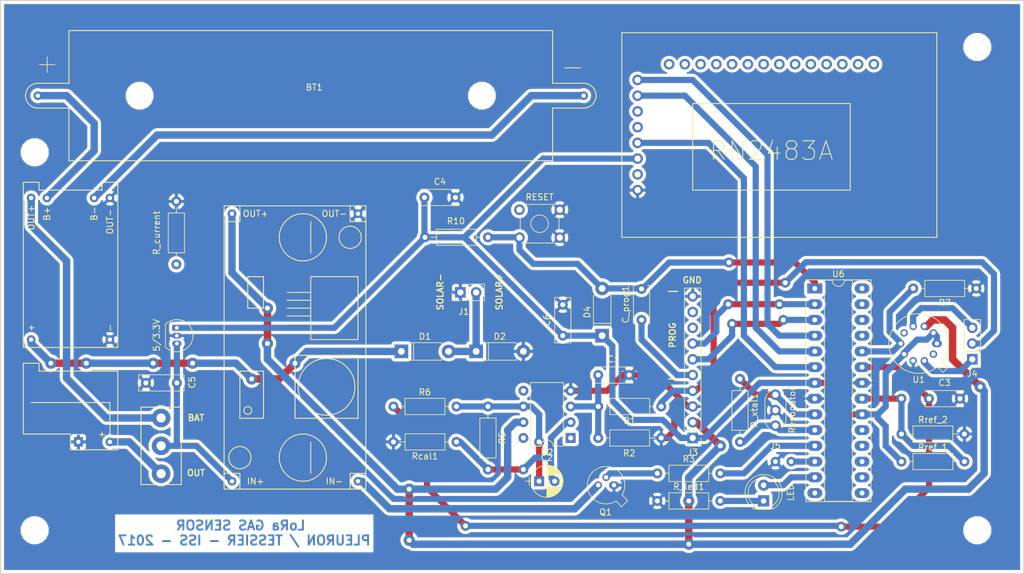
<source format=kicad_pcb>
(kicad_pcb (version 4) (host pcbnew 4.0.7)
  (title_block (title "IoT Gas Sensor") (date 2017-10-24) (rev 1.0) (comment 3 "Killian TESSIER") (comment 4 "Jonathan PLEURON"))
  (layers (0 F.Cu signal) (31 B.Cu signal) (34 B.Paste user) (35 F.Paste user) (36 B.SilkS user) (37 F.SilkS user) (38 B.Mask user) (39 F.Mask user) (44 Edge.Cuts user))
  (net 0 "")
  (net 1 "Net-(BT1-Pad2)")
  (net 2 "Net-(BT1-Pad1)")
  (net 3 "Net-(C1-Pad1)")
  (net 4 GND)
  (net 5 "Net-(C2-Pad1)")
  (net 6 "Net-(C2-Pad2)")
  (net 7 /ADC_GAS)
  (net 8 3V3)
  (net 9 "Net-(C5-Pad1)")
  (net 10 /DRT_PROG)
  (net 11 /RESET)
  (net 12 "Net-(D1-Pad1)")
  (net 13 /SOLAR+)
  (net 14 "Net-(D3-Pad1)")
  (net 15 "Net-(D3-Pad2)")
  (net 16 "Net-(J2-Pad1)")
  (net 17 10V)
  (net 18 /gas_sig)
  (net 19 /RX_PROG)
  (net 20 /TX_PROG)
  (net 21 "Net-(J3-Pad8)")
  (net 22 "Net-(J3-Pad9)")
  (net 23 "Net-(R4-Pad1)")
  (net 24 "Net-(Rref_1-Pad2)")
  (net 25 /XTAL1)
  (net 26 /XTAL2)
  (net 27 "Net-(SW1-Pad3)")
  (net 28 "Net-(U2-Pad5)")
  (net 29 "Net-(U6-Pad15)")
  (net 30 "Net-(U6-Pad16)")
  (net 31 "Net-(U6-Pad17)")
  (net 32 /LoRa_TX)
  (net 33 "Net-(U6-Pad18)")
  (net 34 /LoRa_RX)
  (net 35 "Net-(U6-Pad19)")
  (net 36 /LoRa_RST)
  (net 37 "Net-(U6-Pad25)")
  (net 38 "Net-(U6-Pad26)")
  (net 39 "Net-(U6-Pad27)")
  (net 40 "Net-(U6-Pad14)")
  (net 41 "Net-(U6-Pad28)")
  (net 42 "Net-(U7-Pad13)")
  (net 43 "Net-(U7-Pad4)")
  (net 44 "Net-(U7-Pad5)")
  (net 45 "Net-(U7-Pad6)")
  (net 46 "Net-(U7-Pad7)")
  (net 47 "Net-(U7-Pad8)")
  (net 48 "Net-(U7-Pad9)")
  (net 49 "Net-(U7-Pad10)")
  (net 50 "Net-(U7-Pad11)")
  (net 51 "Net-(U7-Pad12)")
  (net 52 "Net-(U7-Pad2)")
  (net 53 "Net-(U7-Pad3)")
  (net 54 "Net-(U7-Pad1)")
  (net 55 "Net-(U7-Pad0)")
  (net 56 "Net-(U7-Pad16)")
  (net 57 "Net-(U7-Pad17)")
  (net 58 "Net-(U7-Pad20)")
  (net 59 "Net-(Q1-Pad2)")
  (net 60 "Net-(Q1-Pad3)")
  (net 61 /heat)
  (net 62 /ADC_temp)
  (net 63 /Push_button)
  (net 64 "Net-(J4-Pad1)")
  (net 65 "Net-(J4-Pad3)")
  (module Housings_DIP:DIP-28_W7.62mm_Socket_LongPads (layer F.Cu) (at 197.885 90.131)
    (fp_text reference U6 (at 3.81 -2.33) (layer F.SilkS))
    (fp_text value ATMEGA328P-PU)
    (pad 1 thru_hole rect (at 0 0) (size 2.4 1.6) (drill 0.8) (layers *.Cu *.Mask) (net 11 /RESET))
    (pad 15 thru_hole oval (at 7.62 33.02) (size 2.4 1.6) (drill 0.8) (layers *.Cu *.Mask) (net 29 "Net-(U6-Pad15)"))
    (pad 2 thru_hole oval (at 0 2.54) (size 2.4 1.6) (drill 0.8) (layers *.Cu *.Mask) (net 20 /TX_PROG))
    (pad 16 thru_hole oval (at 7.62 30.48) (size 2.4 1.6) (drill 0.8) (layers *.Cu *.Mask) (net 30 "Net-(U6-Pad16)"))
    (pad 3 thru_hole oval (at 0 5.08) (size 2.4 1.6) (drill 0.8) (layers *.Cu *.Mask) (net 19 /RX_PROG))
    (pad 17 thru_hole oval (at 7.62 27.94) (size 2.4 1.6) (drill 0.8) (layers *.Cu *.Mask) (net 31 "Net-(U6-Pad17)"))
    (pad 4 thru_hole oval (at 0 7.62) (size 2.4 1.6) (drill 0.8) (layers *.Cu *.Mask) (net 32 /LoRa_TX))
    (pad 18 thru_hole oval (at 7.62 25.4) (size 2.4 1.6) (drill 0.8) (layers *.Cu *.Mask) (net 33 "Net-(U6-Pad18)"))
    (pad 5 thru_hole oval (at 0 10.16) (size 2.4 1.6) (drill 0.8) (layers *.Cu *.Mask) (net 34 /LoRa_RX))
    (pad 19 thru_hole oval (at 7.62 22.86) (size 2.4 1.6) (drill 0.8) (layers *.Cu *.Mask) (net 35 "Net-(U6-Pad19)"))
    (pad 6 thru_hole oval (at 0 12.7) (size 2.4 1.6) (drill 0.8) (layers *.Cu *.Mask) (net 36 /LoRa_RST))
    (pad 20 thru_hole oval (at 7.62 20.32) (size 2.4 1.6) (drill 0.8) (layers *.Cu *.Mask) (net 8 3V3))
    (pad 7 thru_hole oval (at 0 15.24) (size 2.4 1.6) (drill 0.8) (layers *.Cu *.Mask) (net 8 3V3))
    (pad 21 thru_hole oval (at 7.62 17.78) (size 2.4 1.6) (drill 0.8) (layers *.Cu *.Mask) (net 24 "Net-(Rref_1-Pad2)"))
    (pad 8 thru_hole oval (at 0 17.78) (size 2.4 1.6) (drill 0.8) (layers *.Cu *.Mask) (net 4 GND))
    (pad 22 thru_hole oval (at 7.62 15.24) (size 2.4 1.6) (drill 0.8) (layers *.Cu *.Mask) (net 4 GND))
    (pad 9 thru_hole oval (at 0 20.32) (size 2.4 1.6) (drill 0.8) (layers *.Cu *.Mask) (net 25 /XTAL1))
    (pad 23 thru_hole oval (at 7.62 12.7) (size 2.4 1.6) (drill 0.8) (layers *.Cu *.Mask) (net 7 /ADC_GAS))
    (pad 10 thru_hole oval (at 0 22.86) (size 2.4 1.6) (drill 0.8) (layers *.Cu *.Mask) (net 26 /XTAL2))
    (pad 24 thru_hole oval (at 7.62 10.16) (size 2.4 1.6) (drill 0.8) (layers *.Cu *.Mask) (net 62 /ADC_temp))
    (pad 11 thru_hole oval (at 0 25.4) (size 2.4 1.6) (drill 0.8) (layers *.Cu *.Mask) (net 61 /heat))
    (pad 25 thru_hole oval (at 7.62 7.62) (size 2.4 1.6) (drill 0.8) (layers *.Cu *.Mask) (net 37 "Net-(U6-Pad25)"))
    (pad 12 thru_hole oval (at 0 27.94) (size 2.4 1.6) (drill 0.8) (layers *.Cu *.Mask) (net 63 /Push_button))
    (pad 26 thru_hole oval (at 7.62 5.08) (size 2.4 1.6) (drill 0.8) (layers *.Cu *.Mask) (net 38 "Net-(U6-Pad26)"))
    (pad 13 thru_hole oval (at 0 30.48) (size 2.4 1.6) (drill 0.8) (layers *.Cu *.Mask) (net 15 "Net-(D3-Pad2)"))
    (pad 27 thru_hole oval (at 7.62 2.54) (size 2.4 1.6) (drill 0.8) (layers *.Cu *.Mask) (net 39 "Net-(U6-Pad27)"))
    (pad 14 thru_hole oval (at 0 33.02) (size 2.4 1.6) (drill 0.8) (layers *.Cu *.Mask) (net 40 "Net-(U6-Pad14)"))
    (pad 28 thru_hole oval (at 7.62 0) (size 2.4 1.6) (drill 0.8) (layers *.Cu *.Mask) (net 41 "Net-(U6-Pad28)"))
  )
  (module Gas_Sensor:BatterieSupport (layer F.Cu) (at 116.605 59.016)
    (fp_text reference BT1 (at 0.555 -1.35) (layer F.SilkS))
    (fp_text value 3.6V)
    (pad "" np_thru_hole circle (at 27.6 0) (size 3.45 3.45) (drill 3.45) (layers *.Cu *.Mask))
    (pad "" np_thru_hole circle (at -27.6 0) (size 3.45 3.45) (drill 3.45) (layers *.Cu *.Mask))
    (pad 2 thru_hole circle (at 44 0) (size 1.4 1.4) (drill 0.7) (layers *.Cu *.Mask) (net 1 "Net-(BT1-Pad2)"))
    (pad 1 thru_hole circle (at -44 0) (size 1.4 1.4) (drill 0.7) (layers *.Cu *.Mask) (net 2 "Net-(BT1-Pad1)"))
  )
  (module Capacitors_THT:C_Disc_D6.0mm_W2.5mm_P5.00mm (layer F.Cu) (at 162.96 104.101)
    (fp_text reference C1 (at 2.5 -2.56) (layer F.SilkS))
    (fp_text value 100n)
    (pad 1 thru_hole circle (at 0 0) (size 1.6 1.6) (drill 0.8) (layers *.Cu *.Mask) (net 3 "Net-(C1-Pad1)"))
    (pad 2 thru_hole circle (at 5 0) (size 1.6 1.6) (drill 0.8) (layers *.Cu *.Mask) (net 4 GND))
  )
  (module Capacitors_THT:CP_Radial_D5.0mm_P2.50mm (layer F.Cu) (at 153.435 121.246)
    (fp_text reference C2 (at 1.25 -3.81) (layer F.SilkS))
    (fp_text value 1u)
    (pad 1 thru_hole rect (at 0 0) (size 1.6 1.6) (drill 0.8) (layers *.Cu *.Mask) (net 5 "Net-(C2-Pad1)"))
    (pad 2 thru_hole circle (at 2.5 0) (size 1.6 1.6) (drill 0.8) (layers *.Cu *.Mask) (net 6 "Net-(C2-Pad2)"))
  )
  (module Capacitors_THT:C_Disc_D6.0mm_W2.5mm_P5.00mm (layer F.Cu) (at 216.3 107.911)
    (fp_text reference C3 (at 2.5 -2.56) (layer F.SilkS))
    (fp_text value 100n)
    (pad 1 thru_hole circle (at 0 0) (size 1.6 1.6) (drill 0.8) (layers *.Cu *.Mask) (net 7 /ADC_GAS))
    (pad 2 thru_hole circle (at 5 0) (size 1.6 1.6) (drill 0.8) (layers *.Cu *.Mask) (net 4 GND))
  )
  (module Capacitors_THT:C_Disc_D6.0mm_W2.5mm_P5.00mm (layer F.Cu) (at 134.94 75.446)
    (fp_text reference C4 (at 2.5 -2.56) (layer F.SilkS))
    (fp_text value 100n)
    (pad 1 thru_hole circle (at 0 0) (size 1.6 1.6) (drill 0.8) (layers *.Cu *.Mask) (net 8 3V3))
    (pad 2 thru_hole circle (at 5 0) (size 1.6 1.6) (drill 0.8) (layers *.Cu *.Mask) (net 4 GND))
  )
  (module Capacitors_THT:C_Rect_L7.2mm_W2.5mm_P5.00mm_FKS2_FKP2_MKS2_MKP2 (layer F.Cu) (at 95.015 105.371 180)
    (fp_text reference C5 (at -2.46 0.08 270) (layer F.SilkS))
    (fp_text value 330n)
    (pad 1 thru_hole circle (at 0 0 180) (size 1.6 1.6) (drill 0.8) (layers *.Cu *.Mask) (net 9 "Net-(C5-Pad1)"))
    (pad 2 thru_hole circle (at 5 0 180) (size 1.6 1.6) (drill 0.8) (layers *.Cu *.Mask) (net 4 GND))
  )
  (module Capacitors_THT:C_Rect_L7.2mm_W2.5mm_P5.00mm_FKS2_FKP2_MKS2_MKP2 (layer F.Cu) (at 157.245 97.751 90)
    (fp_text reference C6 (at 2.5 -2.56 90) (layer F.SilkS))
    (fp_text value 100n)
    (pad 1 thru_hole circle (at 0 0 90) (size 1.6 1.6) (drill 0.8) (layers *.Cu *.Mask) (net 8 3V3))
    (pad 2 thru_hole circle (at 5 0 90) (size 1.6 1.6) (drill 0.8) (layers *.Cu *.Mask) (net 4 GND))
  )
  (module Capacitors_THT:C_Disc_D6.0mm_W2.5mm_P5.00mm (layer F.Cu) (at 169.945 95.211 90)
    (fp_text reference C_prog1 (at 2.5 -2.56 90) (layer F.SilkS))
    (fp_text value 100n)
    (pad 1 thru_hole circle (at 0 0 90) (size 1.6 1.6) (drill 0.8) (layers *.Cu *.Mask) (net 10 /DRT_PROG))
    (pad 2 thru_hole circle (at 5 0 90) (size 1.6 1.6) (drill 0.8) (layers *.Cu *.Mask) (net 11 /RESET))
  )
  (module Diodes_THT:D_DO-41_SOD81_P7.62mm_Horizontal (layer F.Cu) (at 131.21 100.291)
    (fp_text reference D1 (at 3.81 -2.41) (layer F.SilkS))
    (fp_text value D)
    (pad 1 thru_hole rect (at 0 0) (size 2.2 2.2) (drill 1.1) (layers *.Cu *.Mask) (net 12 "Net-(D1-Pad1)"))
    (pad 2 thru_hole oval (at 7.62 0) (size 2.2 2.2) (drill 1.1) (layers *.Cu *.Mask) (net 13 /SOLAR+))
  )
  (module Diodes_THT:D_DO-41_SOD81_P7.62mm_Horizontal (layer F.Cu) (at 143.275 100.291)
    (fp_text reference D2 (at 3.81 -2.41) (layer F.SilkS))
    (fp_text value D)
    (pad 1 thru_hole rect (at 0 0) (size 2.2 2.2) (drill 1.1) (layers *.Cu *.Mask) (net 13 /SOLAR+))
    (pad 2 thru_hole oval (at 7.62 0) (size 2.2 2.2) (drill 1.1) (layers *.Cu *.Mask) (net 4 GND))
  )
  (module LEDs:LED_D5.0mm (layer F.Cu) (at 189.63 124.421 90)
    (fp_text reference LED (at 1.35 4.365 90) (layer F.SilkS))
    (fp_text value "")
    (pad 1 thru_hole rect (at 0 0 90) (size 1.8 1.8) (drill 0.9) (layers *.Cu *.Mask) (net 14 "Net-(D3-Pad1)"))
    (pad 2 thru_hole circle (at 2.54 0 90) (size 1.8 1.8) (drill 0.9) (layers *.Cu *.Mask) (net 15 "Net-(D3-Pad2)"))
  )
  (module Diodes_THT:D_DO-41_SOD81_P7.62mm_Horizontal (layer F.Cu) (at 163.595 97.751 90)
    (fp_text reference D4 (at 3.81 -2.41 90) (layer F.SilkS))
    (fp_text value "")
    (pad 1 thru_hole rect (at 0 0 90) (size 2.2 2.2) (drill 1.1) (layers *.Cu *.Mask) (net 8 3V3))
    (pad 2 thru_hole oval (at 7.62 0 90) (size 2.2 2.2) (drill 1.1) (layers *.Cu *.Mask) (net 11 /RESET))
  )
  (module Socket_Strips:Socket_Strip_Straight_1x02_Pitch2.54mm (layer F.Cu) (at 140.735 90.766 90)
    (fp_text reference J1 (at -3.095 0.555 180) (layer F.SilkS))
    (fp_text value "")
    (pad 1 thru_hole rect (at 0 0 90) (size 1.7 1.7) (drill 1) (layers *.Cu *.Mask) (net 4 GND))
    (pad 2 thru_hole oval (at 0 2.54 90) (size 1.7 1.7) (drill 1) (layers *.Cu *.Mask) (net 13 /SOLAR+))
  )
  (module Gas_Sensor:Jack_female (layer F.Cu) (at 84.22 114.896 180)
    (fp_text reference "" hide)
    (fp_text value Jack_5V)
    (fp_text user - (at 5.08 1.27 360) (layer F.SilkS))
    (fp_text user + (at 1.27 1.27 180) (layer F.SilkS))
    (pad 1 thru_hole circle (at 0 0 180) (size 1.4 1.4) (drill 0.7) (layers *.Cu *.Mask) (net 16 "Net-(J2-Pad1)"))
    (pad 2 thru_hole rect (at 5.08 0 180) (size 1.4 1.524) (drill 0.7) (layers *.Cu *.Mask) (net 4 GND))
  )
  (module Socket_Strips:Socket_Strip_Straight_1x10_Pitch2.54mm (layer F.Cu) (at 178.2 114.261 180)
    (fp_text reference J3 (at 0 -2.33 180) (layer F.SilkS))
    (fp_text value "")
    (pad 1 thru_hole rect (at 0 0 180) (size 1.7 1.7) (drill 1) (layers *.Cu *.Mask) (net 8 3V3))
    (pad 2 thru_hole oval (at 0 2.54 180) (size 1.7 1.7) (drill 1) (layers *.Cu *.Mask) (net 17 10V))
    (pad 3 thru_hole oval (at 0 5.08 180) (size 1.7 1.7) (drill 1) (layers *.Cu *.Mask) (net 4 GND))
    (pad 4 thru_hole oval (at 0 7.62 180) (size 1.7 1.7) (drill 1) (layers *.Cu *.Mask) (net 18 /gas_sig))
    (pad 5 thru_hole oval (at 0 10.16 180) (size 1.7 1.7) (drill 1) (layers *.Cu *.Mask) (net 10 /DRT_PROG))
    (pad 6 thru_hole oval (at 0 12.7 180) (size 1.7 1.7) (drill 1) (layers *.Cu *.Mask) (net 19 /RX_PROG))
    (pad 7 thru_hole oval (at 0 15.24 180) (size 1.7 1.7) (drill 1) (layers *.Cu *.Mask) (net 20 /TX_PROG))
    (pad 8 thru_hole oval (at 0 17.78 180) (size 1.7 1.7) (drill 1) (layers *.Cu *.Mask) (net 21 "Net-(J3-Pad8)"))
    (pad 9 thru_hole oval (at 0 20.32 180) (size 1.7 1.7) (drill 1) (layers *.Cu *.Mask) (net 22 "Net-(J3-Pad9)"))
    (pad 10 thru_hole oval (at 0 22.86 180) (size 1.7 1.7) (drill 1) (layers *.Cu *.Mask) (net 4 GND))
  )
  (module Pin_Headers:Pin_Header_Straight_1x03_Pitch2.54mm (layer F.Cu) (at 223.285 101.561 180)
    (fp_text reference J4 (at 0 -2.33 180) (layer F.SilkS))
    (fp_text value "")
    (pad 1 thru_hole rect (at 0 0 180) (size 1.7 1.7) (drill 1) (layers *.Cu *.Mask) (net 64 "Net-(J4-Pad1)"))
    (pad 2 thru_hole oval (at 0 2.54 180) (size 1.7 1.7) (drill 1) (layers *.Cu *.Mask) (net 18 /gas_sig))
    (pad 3 thru_hole oval (at 0 5.08 180) (size 1.7 1.7) (drill 1) (layers *.Cu *.Mask) (net 65 "Net-(J4-Pad3)"))
  )
  (module Gas_Sensor:PAD_02 (layer F.Cu) (at 192.805 118.071 180)
    (fp_text reference J5 (at 1.27 2.54 180) (layer F.SilkS))
    (fp_text value "")
    (pad 1 thru_hole circle (at -1.27 0 180) (size 1.524 1.524) (drill 0.762) (layers *.Cu *.Mask) (net 63 /Push_button))
    (pad 2 thru_hole circle (at 1.27 0 180) (size 1.524 1.524) (drill 0.762) (layers *.Cu *.Mask) (net 4 GND))
  )
  (module TO_SOT_Packages_THT:TO-18-3 (layer F.Cu) (at 165.5 121.881 180)
    (fp_text reference Q1 (at 1.35 -4.365 180) (layer F.SilkS))
    (fp_text value PN2222A)
    (pad 1 thru_hole oval (at 0 0 180) (size 1.6 1.2) (drill 0.7) (layers *.Cu *.Mask) (net 4 GND))
    (pad 2 thru_hole oval (at 1.27 1.27 180) (size 1.2 1.2) (drill 0.7) (layers *.Cu *.Mask) (net 59 "Net-(Q1-Pad2)"))
    (pad 3 thru_hole oval (at 2.54 0 180) (size 1.2 1.2) (drill 0.7) (layers *.Cu *.Mask) (net 60 "Net-(Q1-Pad3)"))
  )
  (module Resistors_THT:R_Axial_DIN0207_L6.3mm_D2.5mm_P10.16mm_Horizontal (layer F.Cu) (at 173.12 109.181 180)
    (fp_text reference R1 (at 5.08 -2.31 180) (layer F.SilkS))
    (fp_text value 10k)
    (pad 1 thru_hole circle (at 0 0 180) (size 1.6 1.6) (drill 0.8) (layers *.Cu *.Mask) (net 18 /gas_sig))
    (pad 2 thru_hole oval (at 10.16 0 180) (size 1.6 1.6) (drill 0.8) (layers *.Cu *.Mask) (net 3 "Net-(C1-Pad1)"))
  )
  (module Resistors_THT:R_Axial_DIN0207_L6.3mm_D2.5mm_P10.16mm_Horizontal (layer F.Cu) (at 162.96 114.261)
    (fp_text reference R2 (at 5 2.46) (layer F.SilkS))
    (fp_text value 100k)
    (pad 1 thru_hole circle (at 0 0) (size 1.6 1.6) (drill 0.8) (layers *.Cu *.Mask) (net 3 "Net-(C1-Pad1)"))
    (pad 2 thru_hole oval (at 10.16 0) (size 1.6 1.6) (drill 0.8) (layers *.Cu *.Mask) (net 4 GND))
  )
  (module Resistors_THT:R_Axial_DIN0207_L6.3mm_D2.5mm_P10.16mm_Horizontal (layer F.Cu) (at 172.485 119.976)
    (fp_text reference R3 (at 5.08 -2.31) (layer F.SilkS))
    (fp_text value 1k)
    (pad 1 thru_hole circle (at 0 0) (size 1.6 1.6) (drill 0.8) (layers *.Cu *.Mask) (net 59 "Net-(Q1-Pad2)"))
    (pad 2 thru_hole oval (at 10.16 0) (size 1.6 1.6) (drill 0.8) (layers *.Cu *.Mask) (net 61 /heat))
  )
  (module Resistors_THT:R_Axial_DIN0207_L6.3mm_D2.5mm_P10.16mm_Horizontal (layer F.Cu) (at 94.935 86.241 90)
    (fp_text reference R_current (at 5.08 -3.175 90) (layer F.SilkS))
    (fp_text value "")
    (pad 1 thru_hole circle (at 0 0 90) (size 1.6 1.6) (drill 0.8) (layers *.Cu *.Mask) (net 23 "Net-(R4-Pad1)"))
    (pad 2 thru_hole oval (at 10.16 0 90) (size 1.6 1.6) (drill 0.8) (layers *.Cu *.Mask) (net 4 GND))
  )
  (module Resistors_THT:R_Axial_DIN0207_L6.3mm_D2.5mm_P10.16mm_Horizontal (layer F.Cu) (at 145.18 109.181 270)
    (fp_text reference R5 (at 5.08 -2.31 270) (layer F.SilkS))
    (fp_text value 100k)
    (pad 1 thru_hole circle (at 0 0 270) (size 1.6 1.6) (drill 0.8) (layers *.Cu *.Mask) (net 5 "Net-(C2-Pad1)"))
    (pad 2 thru_hole oval (at 10.16 0 270) (size 1.6 1.6) (drill 0.8) (layers *.Cu *.Mask) (net 6 "Net-(C2-Pad2)"))
  )
  (module Resistors_THT:R_Axial_DIN0207_L6.3mm_D2.5mm_P10.16mm_Horizontal (layer F.Cu) (at 129.94 109.181)
    (fp_text reference R6 (at 5.08 -2.31) (layer F.SilkS))
    (fp_text value 1k)
    (pad 1 thru_hole circle (at 0 0) (size 1.6 1.6) (drill 0.8) (layers *.Cu *.Mask) (net 7 /ADC_GAS))
    (pad 2 thru_hole oval (at 10.16 0) (size 1.6 1.6) (drill 0.8) (layers *.Cu *.Mask) (net 5 "Net-(C2-Pad1)"))
  )
  (module Resistors_THT:R_Axial_DIN0207_L6.3mm_D2.5mm_P10.16mm_Horizontal (layer F.Cu) (at 223.92 90.131 180)
    (fp_text reference R7 (at 5.08 -2.31 180) (layer F.SilkS))
    (fp_text value R)
    (pad 1 thru_hole circle (at 0 0 180) (size 1.6 1.6) (drill 0.8) (layers *.Cu *.Mask) (net 4 GND))
    (pad 2 thru_hole oval (at 10.16 0 180) (size 1.6 1.6) (drill 0.8) (layers *.Cu *.Mask) (net 62 /ADC_temp))
  )
  (module Resistors_THT:R_Axial_DIN0207_L6.3mm_D2.5mm_P10.16mm_Horizontal (layer F.Cu) (at 135.02 81.876)
    (fp_text reference R10 (at 5 -2.62) (layer F.SilkS))
    (fp_text value 10k)
    (pad 1 thru_hole circle (at 0 0) (size 1.6 1.6) (drill 0.8) (layers *.Cu *.Mask) (net 8 3V3))
    (pad 2 thru_hole oval (at 10.16 0) (size 1.6 1.6) (drill 0.8) (layers *.Cu *.Mask) (net 11 /RESET))
  )
  (module Resistors_THT:R_Axial_DIN0207_L6.3mm_D2.5mm_P10.16mm_Horizontal (layer F.Cu) (at 140.1 114.896 180)
    (fp_text reference Rcal1 (at 5.08 -2.31 180) (layer F.SilkS))
    (fp_text value "")
    (pad 1 thru_hole circle (at 0 0 180) (size 1.6 1.6) (drill 0.8) (layers *.Cu *.Mask) (net 6 "Net-(C2-Pad2)"))
    (pad 2 thru_hole oval (at 10.16 0 180) (size 1.6 1.6) (drill 0.8) (layers *.Cu *.Mask) (net 4 GND))
  )
  (module Resistors_THT:R_Axial_DIN0207_L6.3mm_D2.5mm_P10.16mm_Horizontal (layer F.Cu) (at 211.855 118.071)
    (fp_text reference Rref_1 (at 5.08 -2.31) (layer F.SilkS))
    (fp_text value "")
    (pad 1 thru_hole circle (at 0 0) (size 1.6 1.6) (drill 0.8) (layers *.Cu *.Mask) (net 8 3V3))
    (pad 2 thru_hole oval (at 10.16 0) (size 1.6 1.6) (drill 0.8) (layers *.Cu *.Mask) (net 24 "Net-(Rref_1-Pad2)"))
  )
  (module Resistors_THT:R_Axial_DIN0207_L6.3mm_D2.5mm_P10.16mm_Horizontal (layer F.Cu) (at 211.855 113.626)
    (fp_text reference Rref_2 (at 5.08 -2.31) (layer F.SilkS))
    (fp_text value "")
    (pad 1 thru_hole circle (at 0 0) (size 1.6 1.6) (drill 0.8) (layers *.Cu *.Mask) (net 24 "Net-(Rref_1-Pad2)"))
    (pad 2 thru_hole oval (at 10.16 0) (size 1.6 1.6) (drill 0.8) (layers *.Cu *.Mask) (net 4 GND))
  )
  (module Resistors_THT:R_Axial_DIN0207_L6.3mm_D2.5mm_P10.16mm_Horizontal (layer F.Cu) (at 172.485 124.421)
    (fp_text reference R_led1 (at 5.08 -2.31) (layer F.SilkS))
    (fp_text value 150)
    (pad 1 thru_hole circle (at 0 0) (size 1.6 1.6) (drill 0.8) (layers *.Cu *.Mask) (net 4 GND))
    (pad 2 thru_hole oval (at 10.16 0) (size 1.6 1.6) (drill 0.8) (layers *.Cu *.Mask) (net 14 "Net-(D3-Pad1)"))
  )
  (module Resistors_THT:R_Axial_DIN0207_L6.3mm_D2.5mm_P10.16mm_Horizontal (layer F.Cu) (at 185.82 104.736 270)
    (fp_text reference R_xtal1 (at 5.08 -2.31 270) (layer F.SilkS))
    (fp_text value 1meg)
    (pad 1 thru_hole circle (at 0 0 270) (size 1.6 1.6) (drill 0.8) (layers *.Cu *.Mask) (net 25 /XTAL1))
    (pad 2 thru_hole oval (at 10.16 0 270) (size 1.6 1.6) (drill 0.8) (layers *.Cu *.Mask) (net 26 /XTAL2))
  )
  (module Gas_Sensor:switch_3pins (layer F.Cu) (at 92.475 115.531 90)
    (fp_text reference "" hide)
    (fp_text value SW_DPDT_x2)
    (pad 2 thru_hole circle (at 0 0 90) (size 3 3) (drill 1.5) (layers *.Cu *.Mask) (net 9 "Net-(C5-Pad1)"))
    (pad 3 thru_hole circle (at 4.5 0 90) (size 3 3) (drill 1.5) (layers *.Cu *.Mask) (net 27 "Net-(SW1-Pad3)"))
    (pad 1 thru_hole circle (at -4.5 0 90) (size 3 3) (drill 1.5) (layers *.Cu *.Mask) (net 16 "Net-(J2-Pad1)"))
  )
  (module Buttons_Switches_THT:SW_TH_Tactile_Omron_B3F-10xx (layer F.Cu) (at 150.26 77.431)
    (fp_text reference RESET (at 3.25 -2.05) (layer F.SilkS))
    (fp_text value SW_PUSH)
    (pad 4 thru_hole circle (at 6.5 4.5) (size 1.7 1.7) (drill 1) (layers *.Cu *.Mask) (net 4 GND))
    (pad 3 thru_hole circle (at 0 4.5) (size 1.7 1.7) (drill 1) (layers *.Cu *.Mask) (net 11 /RESET))
    (pad 2 thru_hole circle (at 6.5 0) (size 1.7 1.7) (drill 1) (layers *.Cu *.Mask) (net 4 GND))
    (pad 1 thru_hole circle (at 0 0) (size 1.7 1.7) (drill 1) (layers *.Cu *.Mask) (net 11 /RESET))
  )
  (module TO_SOT_Packages_THT:TO-78-10 (layer F.Cu) (at 217.57 99.021 180)
    (fp_text reference U1 (at 2.92 -5.82 180) (layer F.SilkS))
    (fp_text value "")
    (pad 1 thru_hole oval (at 0 0 180) (size 1.6 1.2) (drill 0.7) (layers *.Cu *.Mask) (net 8 3V3))
    (pad 2 thru_hole oval (at 0.55767 1.716333 180) (size 1.2 1.2) (drill 0.7) (layers *.Cu *.Mask) (net 8 3V3))
    (pad 3 thru_hole oval (at 2.01767 2.777085 180) (size 1.2 1.2) (drill 0.7) (layers *.Cu *.Mask) (net 17 10V))
    (pad 4 thru_hole oval (at 3.82233 2.777085 180) (size 1.2 1.2) (drill 0.7) (layers *.Cu *.Mask) (net 65 "Net-(J4-Pad3)"))
    (pad 5 thru_hole oval (at 5.28233 1.716333 180) (size 1.2 1.2) (drill 0.7) (layers *.Cu *.Mask))
    (pad 6 thru_hole oval (at 5.84 0 180) (size 1.2 1.2) (drill 0.7) (layers *.Cu *.Mask) (net 62 /ADC_temp))
    (pad 7 thru_hole oval (at 5.28233 -1.716333 180) (size 1.2 1.2) (drill 0.7) (layers *.Cu *.Mask) (net 8 3V3))
    (pad 8 thru_hole oval (at 3.82233 -2.777085 180) (size 1.2 1.2) (drill 0.7) (layers *.Cu *.Mask) (net 4 GND))
    (pad 9 thru_hole oval (at 2.01767 -2.777085 180) (size 1.2 1.2) (drill 0.7) (layers *.Cu *.Mask) (net 64 "Net-(J4-Pad1)"))
    (pad 10 thru_hole oval (at 0.55767 -1.716333 180) (size 1.2 1.2) (drill 0.7) (layers *.Cu *.Mask))
  )
  (module Housings_DIP:DIP-8_W7.62mm (layer F.Cu) (at 158.515 114.261 180)
    (fp_text reference U2 (at 3.81 -2.33 180) (layer F.SilkS))
    (fp_text value LTC1050)
    (pad 1 thru_hole rect (at 0 0 180) (size 1.6 1.6) (drill 0.8) (layers *.Cu *.Mask))
    (pad 5 thru_hole oval (at 7.62 7.62 180) (size 1.6 1.6) (drill 0.8) (layers *.Cu *.Mask) (net 28 "Net-(U2-Pad5)"))
    (pad 2 thru_hole oval (at 0 2.54 180) (size 1.6 1.6) (drill 0.8) (layers *.Cu *.Mask) (net 6 "Net-(C2-Pad2)"))
    (pad 6 thru_hole oval (at 7.62 5.08 180) (size 1.6 1.6) (drill 0.8) (layers *.Cu *.Mask) (net 5 "Net-(C2-Pad1)"))
    (pad 3 thru_hole oval (at 0 5.08 180) (size 1.6 1.6) (drill 0.8) (layers *.Cu *.Mask) (net 3 "Net-(C1-Pad1)"))
    (pad 7 thru_hole oval (at 7.62 2.54 180) (size 1.6 1.6) (drill 0.8) (layers *.Cu *.Mask) (net 17 10V))
    (pad 4 thru_hole oval (at 0 7.62 180) (size 1.6 1.6) (drill 0.8) (layers *.Cu *.Mask) (net 4 GND))
    (pad 8 thru_hole oval (at 7.62 0 180) (size 1.6 1.6) (drill 0.8) (layers *.Cu *.Mask))
  )
  (module Gas_Sensor:Li-ion_Charger (layer F.Cu) (at 71.52 98.386 90)
    (fp_text reference "" hide)
    (fp_text value Li_ion_charger)
    (fp_text user OUT- (at 19.05 12.7 90) (layer F.SilkS))
    (fp_text user B- (at 20.32 10.16 90) (layer F.SilkS))
    (fp_text user B+ (at 20.32 2.54 90) (layer F.SilkS))
    (fp_text user OUT+ (at 19.685 0 90) (layer F.SilkS))
    (fp_text user - (at 1.905 12.7 90) (layer F.SilkS))
    (fp_text user + (at 1.905 0 90) (layer F.SilkS))
    (pad 1 thru_hole circle (at 0 0 90) (size 1.4 1.4) (drill 0.7) (layers *.Cu *.Mask) (net 12 "Net-(D1-Pad1)"))
    (pad 3 thru_hole circle (at 22.86 0 90) (size 1.4 1.4) (drill 0.7) (layers *.Cu *.Mask) (net 27 "Net-(SW1-Pad3)"))
    (pad 4 thru_hole circle (at 22.86 2.54 90) (size 1.4 1.4) (drill 0.7) (layers *.Cu *.Mask) (net 2 "Net-(BT1-Pad1)"))
    (pad 5 thru_hole circle (at 22.86 10.16 90) (size 1.4 1.4) (drill 0.7) (layers *.Cu *.Mask) (net 1 "Net-(BT1-Pad2)"))
    (pad 6 thru_hole circle (at 22.86 12.7 90) (size 1.4 1.4) (drill 0.7) (layers *.Cu *.Mask) (net 4 GND))
    (pad 2 thru_hole circle (at 0 12.7 90) (size 1.4 1.4) (drill 0.7) (layers *.Cu *.Mask) (net 4 GND))
  )
  (module TO_SOT_Packages_THT:TO-92_Inline_Narrow_Oval (layer F.Cu) (at 95.015 96.481 270)
    (fp_text reference 5/3.3V (at 1.19 3.255 270) (layer F.SilkS))
    (fp_text value L78L33_TO92)
    (pad 2 thru_hole oval (at 1.27 0 90) (size 0.9 1.5) (drill 0.6) (layers *.Cu *.Mask) (net 4 GND))
    (pad 3 thru_hole oval (at 2.54 0 90) (size 0.9 1.5) (drill 0.6) (layers *.Cu *.Mask) (net 9 "Net-(C5-Pad1)"))
    (pad 1 thru_hole rect (at 0 0 90) (size 0.9 1.5) (drill 0.6) (layers *.Cu *.Mask) (net 8 3V3))
  )
  (module Gas_Sensor:DC_DC_stepup (layer F.Cu) (at 103.905 100.926 90)
    (fp_text reference U5 hide)
    (fp_text value 3V6_to_10V_stepup)
    (fp_text user OUT- (at 22.86 16.51 180) (layer F.SilkS))
    (fp_text user OUT+ (at 22.86 3.81 180) (layer F.SilkS))
    (fp_text user IN- (at -20.32 16.51 180) (layer F.SilkS))
    (fp_text user IN+ (at -20.32 3.81 360) (layer F.SilkS))
    (pad 1 thru_hole circle (at -20.32 0 90) (size 1.4 1.4) (drill 0.7) (layers *.Cu *.Mask) (net 9 "Net-(C5-Pad1)"))
    (pad 2 thru_hole circle (at -20.32 20.32 90) (size 1.4 1.4) (drill 0.7) (layers *.Cu *.Mask) (net 60 "Net-(Q1-Pad3)"))
    (pad 3 thru_hole circle (at 22.86 0 90) (size 1.4 1.4) (drill 0.7) (layers *.Cu *.Mask) (net 17 10V))
    (pad 4 thru_hole circle (at 22.86 20.32 90) (size 1.4 1.4) (drill 0.7) (layers *.Cu *.Mask) (net 4 GND))
  )
  (module Gas_Sensor:RN2483_BREAKOUT (layer F.Cu) (at 169.31 53.936)
    (fp_text reference U7 hide)
    (fp_text value RN2483_BREAKOUT)
    (fp_text user RN2483A (at 21.59 13.97) (layer F.SilkS) (effects (font (size 3 3))))
    (pad 13 thru_hole oval (at 5.08 0) (size 1.7 1.7) (drill oval 1) (layers *.Cu *.Mask) (net 42 "Net-(U7-Pad13)"))
    (pad 4 thru_hole oval (at 27.94 0) (size 1.7 1.7) (drill oval 1) (layers *.Cu *.Mask) (net 43 "Net-(U7-Pad4)"))
    (pad 5 thru_hole oval (at 25.4 0) (size 1.7 1.7) (drill oval 1) (layers *.Cu *.Mask) (net 44 "Net-(U7-Pad5)"))
    (pad 6 thru_hole oval (at 22.86 0) (size 1.7 1.7) (drill oval 1) (layers *.Cu *.Mask) (net 45 "Net-(U7-Pad6)"))
    (pad 7 thru_hole oval (at 20.32 0) (size 1.7 1.7) (drill oval 1) (layers *.Cu *.Mask) (net 46 "Net-(U7-Pad7)"))
    (pad 8 thru_hole oval (at 17.78 0) (size 1.7 1.7) (drill oval 1) (layers *.Cu *.Mask) (net 47 "Net-(U7-Pad8)"))
    (pad 9 thru_hole oval (at 15.24 0) (size 1.7 1.7) (drill oval 1) (layers *.Cu *.Mask) (net 48 "Net-(U7-Pad9)"))
    (pad 10 thru_hole oval (at 12.7 0) (size 1.7 1.7) (drill oval 1) (layers *.Cu *.Mask) (net 49 "Net-(U7-Pad10)"))
    (pad 11 thru_hole oval (at 10.16 0) (size 1.7 1.7) (drill oval 1) (layers *.Cu *.Mask) (net 50 "Net-(U7-Pad11)"))
    (pad 12 thru_hole oval (at 7.62 0) (size 1.7 1.7) (drill oval 1) (layers *.Cu *.Mask) (net 51 "Net-(U7-Pad12)"))
    (pad 2 thru_hole oval (at 33.02 0) (size 1.7 1.7) (drill oval 1) (layers *.Cu *.Mask) (net 52 "Net-(U7-Pad2)"))
    (pad 3 thru_hole oval (at 30.48 0) (size 1.7 1.7) (drill oval 1) (layers *.Cu *.Mask) (net 53 "Net-(U7-Pad3)"))
    (pad 1 thru_hole oval (at 35.56 0) (size 1.7 1.7) (drill oval 1) (layers *.Cu *.Mask) (net 54 "Net-(U7-Pad1)"))
    (pad 0 thru_hole oval (at 38.1 0) (size 1.7 1.7) (drill oval 1) (layers *.Cu *.Mask) (net 55 "Net-(U7-Pad0)"))
    (pad 14 thru_hole oval (at 0 2.54) (size 1.7 1.7) (drill oval 1) (layers *.Cu *.Mask) (net 32 /LoRa_TX))
    (pad 15 thru_hole oval (at 0 5.08) (size 1.7 1.7) (drill oval 1) (layers *.Cu *.Mask) (net 34 /LoRa_RX))
    (pad 16 thru_hole oval (at 0 7.62) (size 1.7 1.7) (drill oval 1) (layers *.Cu *.Mask) (net 56 "Net-(U7-Pad16)"))
    (pad 17 thru_hole oval (at 0 10.16) (size 1.7 1.7) (drill oval 1) (layers *.Cu *.Mask) (net 57 "Net-(U7-Pad17)"))
    (pad 18 thru_hole oval (at 0 12.7) (size 1.7 1.7) (drill oval 1) (layers *.Cu *.Mask) (net 36 /LoRa_RST))
    (pad 19 thru_hole oval (at 0 15.24) (size 1.7 1.7) (drill oval 1) (layers *.Cu *.Mask) (net 8 3V3))
    (pad 20 thru_hole oval (at 0 17.78) (size 1.7 1.7) (drill oval 1) (layers *.Cu *.Mask) (net 58 "Net-(U7-Pad20)"))
    (pad 21 thru_hole oval (at 0 20.32) (size 1.7 1.7) (drill oval 1) (layers *.Cu *.Mask) (net 4 GND))
  )
  (module Crystals:Resonator-3pin_w6.0mm_h3.0mm (layer F.Cu) (at 191.535 107.276 270)
    (fp_text reference Resonator (at 2.5 -2.7 270) (layer F.SilkS))
    (fp_text value "")
    (pad 1 thru_hole circle (at 0 0 270) (size 1.7 1.7) (drill 1) (layers *.Cu *.Mask) (net 25 /XTAL1))
    (pad 2 thru_hole circle (at 2.5 0 270) (size 1.7 1.7) (drill 1) (layers *.Cu *.Mask) (net 4 GND))
    (pad 3 thru_hole circle (at 5 0 270) (size 1.7 1.7) (drill 1) (layers *.Cu *.Mask) (net 26 /XTAL2))
  )
  (module Gas_Sensor:Hole (layer F.Cu) (at 72.09 129.156)
    (fp_text reference "" hide)
    (fp_text value "" hide)
    (pad "" np_thru_hole circle (at 0 0) (size 3.5 3.5) (drill 3.5) (layers *.Cu *.Mask))
  )
  (module Gas_Sensor:Hole (layer F.Cu) (at 224.09 129.156)
    (fp_text reference "" hide)
    (fp_text value "" hide)
    (pad "" np_thru_hole circle (at 0 0) (size 3.5 3.5) (drill 3.5) (layers *.Cu *.Mask))
  )
  (module Gas_Sensor:Hole (layer F.Cu) (at 224.09 51.156)
    (fp_text reference "" hide)
    (fp_text value "" hide)
    (pad "" np_thru_hole circle (at 0 0) (size 3.5 3.5) (drill 3.5) (layers *.Cu *.Mask))
  )
  (module Gas_Sensor:Hole (layer F.Cu) (at 72.09 68.156)
    (fp_text reference "" hide)
    (fp_text value "" hide)
    (pad "" np_thru_hole circle (at 0 0) (size 3.5 3.5) (drill 3.5) (layers *.Cu *.Mask))
  )
  (gr_line (start 66.57 136.15) (end 66.57 43.65) (angle 90) (layer Edge.Cuts) (width 0.15))
  (gr_line (start 231.57 136.15) (end 66.57 136.15) (angle 90) (layer Edge.Cuts) (width 0.15))
  (gr_line (start 231.57 43.65) (end 231.57 136.15) (angle 90) (layer Edge.Cuts) (width 0.15))
  (gr_line (start 229.07 43.65) (end 231.57 43.65) (angle 90) (layer Edge.Cuts) (width 0.15))
  (gr_line (start 66.57 43.65) (end 229.07 43.65) (angle 90) (layer Edge.Cuts) (width 0.15))
  (gr_text " LoRa GAS SENSOR\nPLEURON / TESSIER - ISS - 2017" (at 105.879 129.589) (layer B.Cu) (effects (font (size 1.5 1.5) (thickness 0.3)) (justify mirror)))
  (gr_text "|      PROG      |" (at 174.945 97.671 90) (layer F.SilkS) (effects (font (size 1 1) (thickness 0.2))))
  (gr_text GND (at 178.12 88.781) (layer F.SilkS) (effects (font (size 1 1) (thickness 0.2))))
  (gr_text SOLAR+ (at 147.005 90.686 90) (layer F.SilkS) (effects (font (size 1 1) (thickness 0.2))))
  (gr_text SOLAR- (at 137.48 90.686 90) (layer F.SilkS) (effects (font (size 1 1) (thickness 0.2))))
  (gr_text OUT (at 98.11 119.896) (layer F.SilkS) (effects (font (size 1 1) (thickness 0.2))))
  (gr_text BAT (at 98.11 111.006) (layer F.SilkS) (effects (font (size 1 1) (thickness 0.2))))
  (segment (start 160.605 59.016) (end 152.165 59.016) (width 1.2) (layer B.Cu) (net 1))
  (segment (start 91.84 65.366) (end 81.68 75.526) (width 1.2) (layer B.Cu) (net 1))
  (segment (start 145.815 65.366) (end 91.84 65.366) (width 1.2) (layer B.Cu) (net 1))
  (segment (start 152.165 59.016) (end 145.815 65.366) (width 1.2) (layer B.Cu) (net 1))
  (segment (start 74.06 75.526) (end 81.68 67.906) (width 1.2) (layer B.Cu) (net 2))
  (segment (start 77.235 59.016) (end 72.605 59.016) (width 1.2) (layer B.Cu) (net 2))
  (segment (start 81.68 63.461) (end 77.235 59.016) (width 1.2) (layer B.Cu) (net 2))
  (segment (start 81.68 67.906) (end 81.68 63.461) (width 1.2) (layer B.Cu) (net 2))
  (segment (start 162.96 109.181) (end 162.96 114.261) (width 1) (layer B.Cu) (net 3))
  (segment (start 162.96 104.101) (end 162.96 109.181) (width 1) (layer B.Cu) (net 3))
  (segment (start 158.515 109.181) (end 162.96 109.181) (width 1) (layer B.Cu) (net 3))
  (segment (start 173.12 114.261) (end 174.039 114.261) (width 1) (layer F.Cu) (net 4))
  (segment (start 175.221 109.269) (end 176.364 108.126) (width 1) (layer F.Cu) (net 4))
  (segment (start 175.221 113.079) (end 175.221 109.269) (width 1) (layer F.Cu) (net 4))
  (segment (start 174.039 114.261) (end 175.221 113.079) (width 1) (layer F.Cu) (net 4))
  (segment (start 167.96 104.101) (end 166.927 104.101) (width 1) (layer F.Cu) (net 4))
  (segment (start 164.387 106.641) (end 158.515 106.641) (width 1) (layer F.Cu) (net 4))
  (segment (start 166.927 104.101) (end 164.387 106.641) (width 1) (layer F.Cu) (net 4))
  (segment (start 178.2 109.181) (end 177.419 109.181) (width 1) (layer F.Cu) (net 4))
  (segment (start 177.419 109.181) (end 176.364 108.126) (width 1) (layer F.Cu) (net 4))
  (segment (start 176.364 108.126) (end 172.339 104.101) (width 1) (layer F.Cu) (net 4))
  (segment (start 172.339 104.101) (end 167.96 104.101) (width 1) (layer F.Cu) (net 4))
  (segment (start 150.895 109.181) (end 152.165 109.181) (width 1) (layer B.Cu) (net 5))
  (segment (start 153.435 114.896) (end 153.435 121.246) (width 1) (layer F.Cu) (net 5))
  (via (at 153.435 114.896) (size 1.6) (drill 0.8) (layers F.Cu B.Cu) (net 5))
  (segment (start 153.435 110.451) (end 153.435 114.896) (width 1) (layer B.Cu) (net 5))
  (segment (start 152.165 109.181) (end 153.435 110.451) (width 1) (layer B.Cu) (net 5))
  (segment (start 140.1 109.181) (end 145.18 109.181) (width 1) (layer B.Cu) (net 5))
  (segment (start 145.18 109.181) (end 150.895 109.181) (width 1) (layer B.Cu) (net 5))
  (via (at 145.18 119.341) (size 1.6) (drill 0.8) (layers F.Cu B.Cu) (net 6))
  (segment (start 145.18 119.341) (end 150.895 119.341) (width 1) (layer F.Cu) (net 6))
  (segment (start 152.8 117.436) (end 155.34 117.436) (width 1) (layer B.Cu) (net 6))
  (segment (start 150.895 119.341) (end 152.8 117.436) (width 1) (layer B.Cu) (net 6))
  (via (at 150.895 119.341) (size 1.6) (drill 0.8) (layers F.Cu B.Cu) (net 6))
  (segment (start 158.515 111.721) (end 157.88 111.721) (width 1) (layer B.Cu) (net 6))
  (segment (start 157.88 111.721) (end 155.34 114.261) (width 1) (layer B.Cu) (net 6))
  (segment (start 155.34 114.261) (end 155.34 117.436) (width 1) (layer B.Cu) (net 6))
  (segment (start 155.34 117.436) (end 155.34 120.651) (width 1) (layer B.Cu) (net 6))
  (segment (start 155.34 120.651) (end 155.935 121.246) (width 1) (layer B.Cu) (net 6))
  (segment (start 140.1 114.896) (end 140.735 114.896) (width 1) (layer B.Cu) (net 6))
  (segment (start 140.735 114.896) (end 145.18 119.341) (width 1) (layer B.Cu) (net 6))
  (segment (start 216.3 107.911) (end 216.3 122.292) (width 1) (layer F.Cu) (net 7))
  (segment (start 135.343 114.584) (end 129.94 109.181) (width 1) (layer F.Cu) (net 7))
  (segment (start 135.343 122.223) (end 135.343 114.584) (width 1) (layer F.Cu) (net 7))
  (segment (start 141.566 128.446) (end 135.343 122.223) (width 1) (layer F.Cu) (net 7))
  (via (at 141.566 128.446) (size 1.6) (drill 0.8) (layers F.Cu B.Cu) (net 7))
  (segment (start 202.018 128.446) (end 141.566 128.446) (width 1) (layer B.Cu) (net 7))
  (segment (start 202.145 128.573) (end 202.018 128.446) (width 1) (layer B.Cu) (net 7))
  (via (at 202.145 128.573) (size 1.6) (drill 0.8) (layers F.Cu B.Cu) (net 7))
  (segment (start 210.019 128.573) (end 202.145 128.573) (width 1) (layer F.Cu) (net 7))
  (segment (start 216.3 122.292) (end 210.019 128.573) (width 1) (layer F.Cu) (net 7))
  (segment (start 205.505 102.831) (end 211.22 102.831) (width 1) (layer F.Cu) (net 7))
  (segment (start 211.22 102.831) (end 216.3 107.911) (width 1) (layer F.Cu) (net 7))
  (segment (start 197.885 105.371) (end 200.455 105.371) (width 1) (layer F.Cu) (net 8))
  (segment (start 203.454 110.451) (end 205.505 110.451) (width 1) (layer F.Cu) (net 8))
  (segment (start 201.51 108.507) (end 203.454 110.451) (width 1) (layer F.Cu) (net 8))
  (segment (start 201.51 106.426) (end 201.51 108.507) (width 1) (layer F.Cu) (net 8))
  (segment (start 200.455 105.371) (end 201.51 106.426) (width 1) (layer F.Cu) (net 8))
  (segment (start 134.94 75.446) (end 134.94 81.796) (width 1) (layer B.Cu) (net 8))
  (segment (start 134.94 81.796) (end 135.02 81.876) (width 1) (layer B.Cu) (net 8))
  (segment (start 178.2 114.261) (end 176.295 114.261) (width 1) (layer B.Cu) (net 8))
  (segment (start 165.246 99.402) (end 163.595 97.751) (width 1) (layer B.Cu) (net 8))
  (segment (start 165.246 108.292) (end 165.246 99.402) (width 1) (layer B.Cu) (net 8))
  (segment (start 168.294 111.34) (end 165.246 108.292) (width 1) (layer B.Cu) (net 8))
  (segment (start 173.374 111.34) (end 168.294 111.34) (width 1) (layer B.Cu) (net 8))
  (segment (start 176.295 114.261) (end 173.374 111.34) (width 1) (layer B.Cu) (net 8))
  (segment (start 208.045 110.451) (end 208.045 111.086) (width 1) (layer B.Cu) (net 8))
  (segment (start 209.315 115.531) (end 211.855 118.071) (width 1) (layer B.Cu) (net 8))
  (segment (start 209.315 112.356) (end 209.315 115.531) (width 1) (layer B.Cu) (net 8))
  (segment (start 208.045 111.086) (end 209.315 112.356) (width 1) (layer B.Cu) (net 8))
  (segment (start 205.505 110.451) (end 208.045 110.451) (width 1) (layer B.Cu) (net 8))
  (segment (start 209.315 103.710003) (end 212.28767 100.737333) (width 1) (layer B.Cu) (net 8))
  (segment (start 209.315 109.181) (end 209.315 103.710003) (width 1) (layer B.Cu) (net 8))
  (segment (start 208.045 110.451) (end 209.315 109.181) (width 1) (layer B.Cu) (net 8))
  (segment (start 212.28767 100.737333) (end 212.28767 100.49333) (width 1) (layer B.Cu) (net 8))
  (segment (start 212.28767 100.49333) (end 214.395 98.386) (width 1) (layer B.Cu) (net 8))
  (segment (start 214.395 98.386) (end 215.930997 98.386) (width 1) (layer B.Cu) (net 8))
  (segment (start 215.930997 98.386) (end 217.01233 97.304667) (width 1) (layer B.Cu) (net 8))
  (segment (start 217.57 99.021) (end 217.57 97.862337) (width 1) (layer B.Cu) (net 8))
  (segment (start 217.57 97.862337) (end 217.01233 97.304667) (width 1) (layer B.Cu) (net 8))
  (segment (start 169.31 69.176) (end 154.07 69.176) (width 1) (layer B.Cu) (net 8))
  (segment (start 154.07 69.176) (end 141.37 81.876) (width 1) (layer B.Cu) (net 8))
  (segment (start 178.2 114.261) (end 180.105 114.261) (width 1) (layer B.Cu) (net 8))
  (segment (start 188.995 105.371) (end 197.885 105.371) (width 1) (layer B.Cu) (net 8))
  (segment (start 180.105 114.261) (end 188.995 105.371) (width 1) (layer B.Cu) (net 8))
  (segment (start 135.02 81.876) (end 141.37 81.876) (width 1) (layer B.Cu) (net 8))
  (segment (start 141.37 81.876) (end 157.245 97.751) (width 1) (layer B.Cu) (net 8))
  (segment (start 157.245 97.751) (end 163.595 97.751) (width 1) (layer B.Cu) (net 8))
  (segment (start 95.015 96.481) (end 120.415 96.481) (width 1) (layer B.Cu) (net 8))
  (segment (start 120.415 96.481) (end 135.02 81.876) (width 1) (layer B.Cu) (net 8))
  (segment (start 95.015 99.021) (end 95.015 105.371) (width 1) (layer B.Cu) (net 9))
  (segment (start 95.015 105.371) (end 95.015 115.531) (width 1) (layer B.Cu) (net 9))
  (segment (start 92.475 115.531) (end 95.015 115.531) (width 1) (layer B.Cu) (net 9))
  (segment (start 95.015 115.531) (end 98.19 115.531) (width 1) (layer B.Cu) (net 9))
  (segment (start 98.19 115.531) (end 103.905 121.246) (width 1) (layer B.Cu) (net 9))
  (segment (start 178.2 104.101) (end 175.66 104.101) (width 1) (layer B.Cu) (net 10))
  (segment (start 169.945 98.386) (end 169.945 95.211) (width 1) (layer B.Cu) (net 10))
  (segment (start 175.66 104.101) (end 169.945 98.386) (width 1) (layer B.Cu) (net 10))
  (segment (start 150.26 81.931) (end 150.26 83.927) (width 1) (layer B.Cu) (net 11))
  (segment (start 159.619 86.155) (end 163.595 90.131) (width 1) (layer B.Cu) (net 11))
  (segment (start 152.488 86.155) (end 159.619 86.155) (width 1) (layer B.Cu) (net 11))
  (segment (start 150.26 83.927) (end 152.488 86.155) (width 1) (layer B.Cu) (net 11))
  (segment (start 197.885 90.131) (end 197.885 89.115) (width 1) (layer F.Cu) (net 11))
  (segment (start 174.39 85.94) (end 170.119 90.211) (width 1) (layer B.Cu) (net 11))
  (segment (start 175.406 85.94) (end 174.39 85.94) (width 1) (layer B.Cu) (net 11))
  (segment (start 184.042 85.94) (end 175.406 85.94) (width 1) (layer B.Cu) (net 11))
  (via (at 184.042 85.94) (size 1.6) (drill 0.8) (layers F.Cu B.Cu) (net 11))
  (segment (start 194.71 85.94) (end 184.042 85.94) (width 1) (layer F.Cu) (net 11))
  (segment (start 197.885 89.115) (end 194.71 85.94) (width 1) (layer F.Cu) (net 11))
  (segment (start 170.119 90.211) (end 169.945 90.211) (width 1) (layer B.Cu) (net 11))
  (segment (start 145.18 81.876) (end 150.205 81.876) (width 1) (layer B.Cu) (net 11))
  (segment (start 150.205 81.876) (end 150.26 81.931) (width 1) (layer B.Cu) (net 11))
  (segment (start 163.595 90.131) (end 169.865 90.131) (width 1) (layer B.Cu) (net 11))
  (segment (start 169.865 90.131) (end 169.945 90.211) (width 1) (layer B.Cu) (net 11))
  (segment (start 131.21 100.291) (end 115.97 100.291) (width 1.2) (layer B.Cu) (net 12))
  (segment (start 74.695 102.196) (end 71.52 99.021) (width 1.2) (layer B.Cu) (net 12))
  (via (at 74.695 102.196) (size 1.8) (drill 0.8) (layers F.Cu B.Cu) (net 12))
  (segment (start 80.41 102.196) (end 74.695 102.196) (width 1.2) (layer F.Cu) (net 12))
  (via (at 80.41 102.196) (size 1.8) (drill 0.8) (layers F.Cu B.Cu) (net 12))
  (segment (start 91.205 102.196) (end 80.41 102.196) (width 1.2) (layer B.Cu) (net 12))
  (via (at 91.205 102.196) (size 1.8) (drill 0.8) (layers F.Cu B.Cu) (net 12))
  (segment (start 97.555 102.196) (end 91.205 102.196) (width 1.2) (layer F.Cu) (net 12))
  (via (at 97.555 102.196) (size 1.8) (drill 0.8) (layers F.Cu B.Cu) (net 12))
  (segment (start 104.54 102.196) (end 97.555 102.196) (width 1.2) (layer B.Cu) (net 12))
  (segment (start 107.08 104.736) (end 104.54 102.196) (width 1.2) (layer B.Cu) (net 12))
  (via (at 107.08 104.736) (size 1.8) (drill 0.8) (layers F.Cu B.Cu) (net 12))
  (segment (start 111.525 104.736) (end 107.08 104.736) (width 1.2) (layer F.Cu) (net 12))
  (segment (start 114.065 102.196) (end 111.525 104.736) (width 1.2) (layer F.Cu) (net 12))
  (via (at 114.065 102.196) (size 1.8) (drill 0.8) (layers F.Cu B.Cu) (net 12))
  (segment (start 115.97 100.291) (end 114.065 102.196) (width 1.2) (layer B.Cu) (net 12))
  (segment (start 71.52 99.021) (end 71.52 98.386) (width 1.2) (layer B.Cu) (net 12))
  (segment (start 138.83 100.291) (end 143.275 100.291) (width 1.2) (layer B.Cu) (net 13))
  (segment (start 143.275 100.291) (end 143.275 90.766) (width 1.2) (layer B.Cu) (net 13))
  (segment (start 182.645 124.421) (end 189.63 124.421) (width 1) (layer B.Cu) (net 14))
  (segment (start 189.63 121.881) (end 192.805 121.881) (width 1) (layer B.Cu) (net 15))
  (segment (start 194.075 120.611) (end 197.885 120.611) (width 1) (layer B.Cu) (net 15))
  (segment (start 192.805 121.881) (end 194.075 120.611) (width 1) (layer B.Cu) (net 15))
  (segment (start 84.22 114.896) (end 87.34 114.896) (width 1.2) (layer B.Cu) (net 16))
  (segment (start 87.34 114.896) (end 92.475 120.031) (width 1.2) (layer B.Cu) (net 16))
  (segment (start 215.55233 96.243915) (end 215.902085 96.243915) (width 1.2) (layer F.Cu) (net 17))
  (segment (start 215.902085 96.243915) (end 216.935 95.211) (width 1.2) (layer F.Cu) (net 17))
  (segment (start 216.935 95.211) (end 218.84 95.211) (width 1.2) (layer F.Cu) (net 17))
  (segment (start 218.84 95.211) (end 220.11 96.481) (width 1.2) (layer F.Cu) (net 17))
  (segment (start 220.11 96.481) (end 220.11 101.561) (width 1.2) (layer F.Cu) (net 17))
  (segment (start 220.11 101.561) (end 224.555 106.006) (width 1.2) (layer F.Cu) (net 17))
  (via (at 224.555 106.006) (size 1.8) (drill 0.8) (layers F.Cu B.Cu) (net 17))
  (segment (start 224.555 106.006) (end 225.19 106.641) (width 1.2) (layer B.Cu) (net 17))
  (segment (start 225.19 106.641) (end 225.19 119.976) (width 1.2) (layer B.Cu) (net 17))
  (segment (start 225.19 119.976) (end 222.65 122.516) (width 1.2) (layer B.Cu) (net 17))
  (segment (start 222.65 122.516) (end 212.49 122.516) (width 1.2) (layer B.Cu) (net 17))
  (segment (start 212.49 122.516) (end 203.6 131.406) (width 1.2) (layer B.Cu) (net 17))
  (segment (start 203.6 131.406) (end 177.565 131.406) (width 1.2) (layer B.Cu) (net 17))
  (via (at 132.48 122.516) (size 1.8) (drill 0.8) (layers F.Cu B.Cu) (net 17))
  (segment (start 178.835 111.721) (end 182.645 115.531) (width 1.2) (layer F.Cu) (net 17))
  (via (at 182.645 115.531) (size 1.8) (drill 0.8) (layers F.Cu B.Cu) (net 17))
  (segment (start 177.565 120.611) (end 182.645 115.531) (width 1.2) (layer B.Cu) (net 17))
  (segment (start 177.565 124.421) (end 177.565 120.611) (width 1.2) (layer B.Cu) (net 17))
  (via (at 177.565 124.421) (size 1.8) (drill 0.8) (layers F.Cu B.Cu) (net 17))
  (segment (start 177.565 131.406) (end 177.565 124.421) (width 1.2) (layer F.Cu) (net 17))
  (via (at 177.565 131.406) (size 1.8) (drill 0.8) (layers F.Cu B.Cu) (net 17))
  (segment (start 133.115 131.406) (end 177.565 131.406) (width 1.2) (layer B.Cu) (net 17))
  (segment (start 132.48 130.771) (end 133.115 131.406) (width 1.2) (layer B.Cu) (net 17))
  (via (at 132.48 130.771) (size 1.8) (drill 0.8) (layers F.Cu B.Cu) (net 17))
  (segment (start 132.48 130.771) (end 132.48 122.516) (width 1.2) (layer F.Cu) (net 17))
  (segment (start 178.835 111.721) (end 178.2 111.721) (width 1.2) (layer F.Cu) (net 17))
  (segment (start 150.895 111.721) (end 149.625 111.721) (width 1.2) (layer B.Cu) (net 17))
  (segment (start 149.625 111.721) (end 148.355 112.991) (width 1.2) (layer B.Cu) (net 17))
  (segment (start 148.355 112.991) (end 148.355 120.611) (width 1.2) (layer B.Cu) (net 17))
  (segment (start 148.355 120.611) (end 146.45 122.516) (width 1.2) (layer B.Cu) (net 17))
  (segment (start 146.45 122.516) (end 132.48 122.516) (width 1.2) (layer B.Cu) (net 17))
  (segment (start 132.48 122.516) (end 130.575 122.516) (width 1.2) (layer B.Cu) (net 17))
  (segment (start 130.575 122.516) (end 109.62 101.561) (width 1.2) (layer B.Cu) (net 17))
  (segment (start 109.62 101.561) (end 109.62 99.021) (width 1.2) (layer B.Cu) (net 17))
  (via (at 109.62 99.021) (size 1.8) (drill 0.8) (layers F.Cu B.Cu) (net 17))
  (segment (start 109.62 99.021) (end 109.62 93.306) (width 1.2) (layer F.Cu) (net 17))
  (via (at 109.62 93.306) (size 1.8) (drill 0.8) (layers F.Cu B.Cu) (net 17))
  (segment (start 109.62 93.306) (end 103.905 87.591) (width 1.2) (layer B.Cu) (net 17))
  (segment (start 103.905 87.591) (end 103.905 78.066) (width 1.2) (layer B.Cu) (net 17))
  (segment (start 178.2 106.641) (end 178.738 106.641) (width 1) (layer F.Cu) (net 18))
  (segment (start 178.738 106.641) (end 181.571 103.808) (width 1) (layer F.Cu) (net 18))
  (segment (start 224.712 99.021) (end 223.285 99.021) (width 1) (layer B.Cu) (net 18))
  (segment (start 226.783 96.95) (end 224.712 99.021) (width 1) (layer B.Cu) (net 18))
  (segment (start 226.783 87.806) (end 226.783 96.95) (width 1) (layer B.Cu) (net 18))
  (segment (start 224.878 85.901) (end 226.783 87.806) (width 1) (layer B.Cu) (net 18))
  (segment (start 196.43 85.901) (end 224.878 85.901) (width 1) (layer B.Cu) (net 18))
  (segment (start 193.128 89.203) (end 196.43 85.901) (width 1) (layer B.Cu) (net 18))
  (via (at 193.128 89.203) (size 1.6) (drill 0.8) (layers F.Cu B.Cu) (net 18))
  (segment (start 183.984 89.203) (end 193.128 89.203) (width 1) (layer F.Cu) (net 18))
  (segment (start 181.571 91.616) (end 183.984 89.203) (width 1) (layer F.Cu) (net 18))
  (segment (start 181.571 103.808) (end 181.571 91.616) (width 1) (layer F.Cu) (net 18))
  (segment (start 173.12 109.181) (end 173.12 108.546) (width 1) (layer B.Cu) (net 18))
  (segment (start 173.12 108.546) (end 175.025 106.641) (width 1) (layer B.Cu) (net 18))
  (segment (start 175.025 106.641) (end 178.2 106.641) (width 1) (layer B.Cu) (net 18))
  (segment (start 197.885 95.211) (end 192.805 95.211) (width 1) (layer B.Cu) (net 19))
  (segment (start 180.74 101.561) (end 178.2 101.561) (width 1) (layer B.Cu) (net 19))
  (segment (start 184.55 97.751) (end 180.74 101.561) (width 1) (layer B.Cu) (net 19))
  (segment (start 184.55 95.846) (end 184.55 97.751) (width 1) (layer B.Cu) (net 19))
  (via (at 184.55 95.846) (size 1.6) (drill 0.8) (layers F.Cu B.Cu) (net 19))
  (segment (start 192.17 95.846) (end 184.55 95.846) (width 1) (layer F.Cu) (net 19))
  (segment (start 192.805 95.211) (end 192.17 95.846) (width 1) (layer F.Cu) (net 19))
  (via (at 192.805 95.211) (size 1.6) (drill 0.8) (layers F.Cu B.Cu) (net 19))
  (segment (start 197.885 92.671) (end 192.17 92.671) (width 1) (layer B.Cu) (net 20))
  (segment (start 180.105 99.021) (end 178.2 99.021) (width 1) (layer B.Cu) (net 20))
  (segment (start 182.01 97.116) (end 180.105 99.021) (width 1) (layer B.Cu) (net 20))
  (segment (start 182.01 94.576) (end 182.01 97.116) (width 1) (layer B.Cu) (net 20))
  (segment (start 183.915 92.671) (end 182.01 94.576) (width 1) (layer B.Cu) (net 20))
  (via (at 183.915 92.671) (size 1.6) (drill 0.8) (layers F.Cu B.Cu) (net 20))
  (segment (start 192.17 92.671) (end 183.915 92.671) (width 1) (layer F.Cu) (net 20))
  (via (at 192.17 92.671) (size 1.6) (drill 0.8) (layers F.Cu B.Cu) (net 20))
  (segment (start 211.855 113.626) (end 213.76 115.531) (width 1) (layer B.Cu) (net 24))
  (segment (start 219.475 115.531) (end 222.015 118.071) (width 1) (layer B.Cu) (net 24))
  (segment (start 213.76 115.531) (end 219.475 115.531) (width 1) (layer B.Cu) (net 24))
  (via (at 205.505 107.911) (size 1.6) (drill 0.8) (layers F.Cu B.Cu) (net 24))
  (segment (start 205.505 107.911) (end 211.855 107.911) (width 1) (layer F.Cu) (net 24))
  (segment (start 211.855 107.911) (end 211.855 113.626) (width 1) (layer B.Cu) (net 24))
  (via (at 211.855 107.911) (size 1.6) (drill 0.8) (layers F.Cu B.Cu) (net 24))
  (via (at 185.82 104.736) (size 1.6) (drill 0.8) (layers F.Cu B.Cu) (net 25))
  (segment (start 185.82 104.736) (end 188.36 107.276) (width 1) (layer F.Cu) (net 25))
  (segment (start 188.36 107.276) (end 191.535 107.276) (width 1) (layer F.Cu) (net 25))
  (segment (start 197.885 110.451) (end 194.71 110.451) (width 1) (layer B.Cu) (net 25))
  (segment (start 194.71 110.451) (end 191.535 107.276) (width 1) (layer B.Cu) (net 25))
  (segment (start 191.535 112.276) (end 189.075 112.276) (width 1) (layer B.Cu) (net 26))
  (segment (start 189.075 112.276) (end 186.455 114.896) (width 1) (layer B.Cu) (net 26))
  (segment (start 186.455 114.896) (end 185.82 114.896) (width 1) (layer B.Cu) (net 26))
  (segment (start 197.885 112.991) (end 192.25 112.991) (width 1) (layer B.Cu) (net 26))
  (segment (start 192.25 112.991) (end 191.535 112.276) (width 1) (layer B.Cu) (net 26))
  (segment (start 92.475 111.031) (end 83.64 111.031) (width 1.2) (layer B.Cu) (net 27))
  (segment (start 71.52 79.971) (end 71.52 75.526) (width 1.2) (layer B.Cu) (net 27))
  (segment (start 77.235 85.686) (end 71.52 79.971) (width 1.2) (layer B.Cu) (net 27))
  (segment (start 77.235 104.626) (end 77.235 85.686) (width 1.2) (layer B.Cu) (net 27))
  (segment (start 83.64 111.031) (end 77.235 104.626) (width 1.2) (layer B.Cu) (net 27))
  (segment (start 169.31 56.476) (end 178.2 56.476) (width 1) (layer B.Cu) (net 32))
  (segment (start 192.17 97.751) (end 197.885 97.751) (width 1) (layer B.Cu) (net 32))
  (segment (start 190.265 95.846) (end 192.17 97.751) (width 1) (layer B.Cu) (net 32))
  (segment (start 190.265 68.541) (end 190.265 95.846) (width 1) (layer B.Cu) (net 32))
  (segment (start 178.2 56.476) (end 190.265 68.541) (width 1) (layer B.Cu) (net 32))
  (segment (start 197.885 100.291) (end 192.17 100.291) (width 1) (layer B.Cu) (net 34))
  (segment (start 176.93 59.016) (end 169.31 59.016) (width 1) (layer B.Cu) (net 34))
  (segment (start 188.36 70.446) (end 176.93 59.016) (width 1) (layer B.Cu) (net 34))
  (segment (start 188.36 96.481) (end 188.36 70.446) (width 1) (layer B.Cu) (net 34))
  (segment (start 192.17 100.291) (end 188.36 96.481) (width 1) (layer B.Cu) (net 34))
  (segment (start 169.31 66.636) (end 180.74 66.636) (width 1) (layer B.Cu) (net 36))
  (segment (start 191.535 102.831) (end 197.885 102.831) (width 1) (layer B.Cu) (net 36))
  (segment (start 186.455 97.751) (end 191.535 102.831) (width 1) (layer B.Cu) (net 36))
  (segment (start 186.455 72.351) (end 186.455 97.751) (width 1) (layer B.Cu) (net 36))
  (segment (start 180.74 66.636) (end 186.455 72.351) (width 1) (layer B.Cu) (net 36))
  (segment (start 172.485 119.976) (end 164.865 119.976) (width 1) (layer B.Cu) (net 59))
  (segment (start 164.865 119.976) (end 164.23 120.611) (width 1) (layer B.Cu) (net 59))
  (segment (start 124.225 121.246) (end 124.86 121.246) (width 1.2) (layer B.Cu) (net 60))
  (segment (start 124.86 121.246) (end 129.305 125.691) (width 1.2) (layer B.Cu) (net 60))
  (segment (start 129.305 125.691) (end 159.15 125.691) (width 1.2) (layer B.Cu) (net 60))
  (segment (start 159.15 125.691) (end 162.96 121.881) (width 1.2) (layer B.Cu) (net 60))
  (segment (start 197.885 115.531) (end 190.9 115.531) (width 1) (layer B.Cu) (net 61))
  (segment (start 186.455 119.976) (end 182.645 119.976) (width 1) (layer B.Cu) (net 61))
  (segment (start 190.9 115.531) (end 186.455 119.976) (width 1) (layer B.Cu) (net 61))
  (segment (start 205.505 100.291) (end 210.46 100.291) (width 1) (layer B.Cu) (net 62))
  (segment (start 210.46 100.291) (end 211.73 99.021) (width 1) (layer B.Cu) (net 62))
  (segment (start 211.73 99.021) (end 211.73 98.896) (width 1) (layer B.Cu) (net 62))
  (segment (start 211.73 98.896) (end 209.95 97.116) (width 1) (layer B.Cu) (net 62))
  (segment (start 209.95 97.116) (end 209.95 93.941) (width 1) (layer B.Cu) (net 62))
  (segment (start 209.95 93.941) (end 213.76 90.131) (width 1) (layer B.Cu) (net 62))
  (segment (start 194.075 118.071) (end 197.885 118.071) (width 1) (layer B.Cu) (net 63))
  (segment (start 215.55233 101.798085) (end 215.55233 102.08333) (width 1) (layer B.Cu) (net 64))
  (segment (start 215.55233 102.08333) (end 216.935 103.466) (width 1) (layer B.Cu) (net 64))
  (segment (start 216.935 103.466) (end 221.38 103.466) (width 1) (layer B.Cu) (net 64))
  (segment (start 221.38 103.466) (end 223.285 101.561) (width 1) (layer B.Cu) (net 64))
  (segment (start 213.74767 96.243915) (end 213.74767 94.58833) (width 1) (layer B.Cu) (net 65))
  (segment (start 220.11 93.306) (end 223.285 96.481) (width 1) (layer B.Cu) (net 65))
  (segment (start 215.03 93.306) (end 220.11 93.306) (width 1) (layer B.Cu) (net 65))
  (segment (start 213.74767 94.58833) (end 215.03 93.306) (width 1) (layer B.Cu) (net 65))
  (zone (net 4) (net_name GND) (layer B.Cu) (connect_pads (clearance 0.508)) (min_thickness 0.254) (fill yes (arc_segments 16) (thermal_gap 0.508) (thermal_bridge_width 0.508))
    (polygon (pts (xy 231.57 136.15) (xy 66.57 136.15) (xy 66.57 43.65) (xy 231.57 43.65)))
  )
)
</source>
